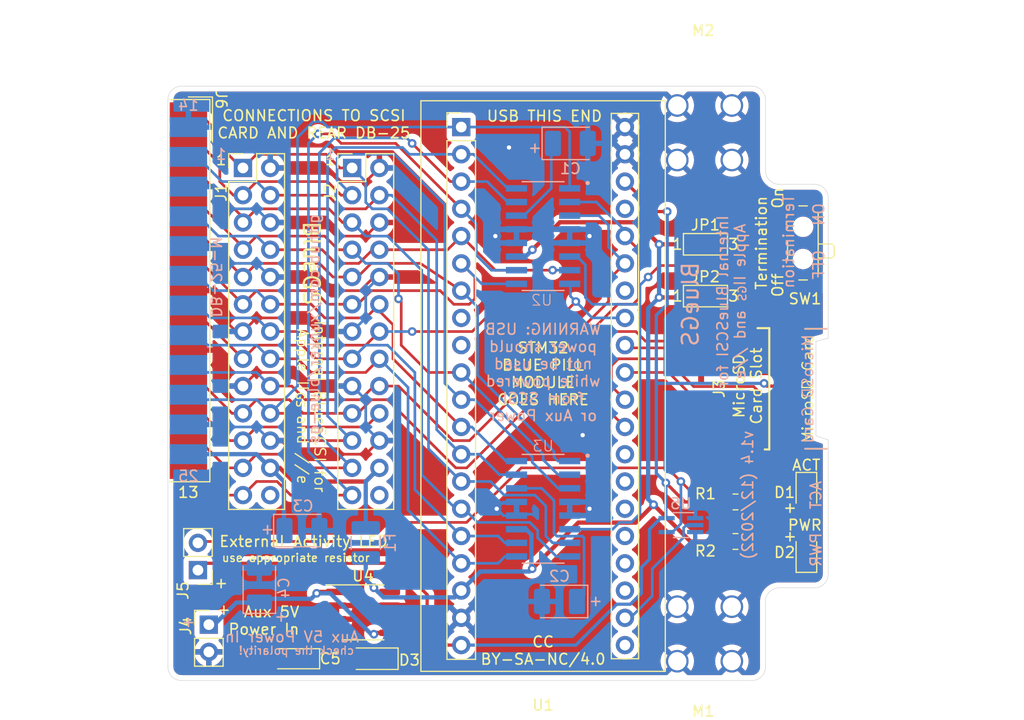
<source format=kicad_pcb>
(kicad_pcb (version 20211014) (generator pcbnew)
  (layers (0 "F.Cu" signal) (31 "B.Cu" signal) (34 "B.Paste" user) (35 "F.Paste" user) (36 "B.SilkS" user "B.Silkscreen") (37 "F.SilkS" user "F.Silkscreen") (38 "B.Mask" user) (39 "F.Mask" user) (44 "Edge.Cuts" user))
  (net 0 "")
  (net 12 "+5V")
  (net 13 "GND")
  (net 14 "/SCSI_DB4")
  (net 15 "/SCSI_DB2")
  (net 16 "/SCSI_DB1")
  (net 17 "/SCSI_DBP")
  (net 18 "/SCSI_SEL")
  (net 19 "/SCSI_ATN")
  (net 20 "/SCSI_C_D")
  (net 21 "/SCSI_DB7")
  (net 22 "/SCSI_DB6")
  (net 23 "/SCSI_DB5")
  (net 24 "/SCSI_DB3")
  (net 25 "/SCSI_DB0")
  (net 26 "/SCSI_BSY")
  (net 27 "/SCSI_ACK")
  (net 28 "/SCSI_RST")
  (net 29 "/SCSI_I_O")
  (net 30 "/SCSI_MSG")
  (net 31 "/SCSI_REQ")
  (net 32 "/SD_MISO")
  (net 33 "/SD_CSK")
  (net 34 "+3V3")
  (net 35 "/SD_MOSI")
  (net 36 "/SD_CS")
  (net 39 "Net-(D2-Pad2)")
  (net 40 "Net-(C1-Pad1)")
  (net 41 "Net-(C2-Pad1)")
  (net 42 "/TERM_DISC")
  (net 43 "Net-(D1-Pad1)")
  (net 44 "/DEBUG_RX")
  (net 45 "/DEBUG_TX")
  (net 46 "/+5V_AUX")
  (net 47 "Net-(C5-Pad1)")
  (net 48 "/TERM_EN")
  (net 49 "/TERM_DIS")
  (net 50 "/DISK_ACT")
  (net 51 "/SCSI_TERMPWR")
  (net 52 "Net-(D1-Pad2)")
  (footprint "my library:YAAJ_BluePill_2" (layer "F.Cu") (at 152.4 50.8)
    (fp_text reference "U1")
    (fp_text value "YAAJ_BluePill" hide)
  )
  (footprint "Button_Switch_SMD:SW_SPDT_PCM12" (layer "F.Cu") (at 183.896 61.595 90)
    (fp_text reference "SW1")
    (fp_text value "SW_SPDT")
  )
  (footprint "Resistor_SMD:R_0805_2012Metric_Pad1.20x1.40mm_HandSolder" (layer "F.Cu") (at 177.927 89.408 180)
    (fp_text reference "R2")
    (fp_text value "1K")
  )
  (footprint "LED_SMD:LED_0805_2012Metric_Pad1.15x1.40mm_HandSolder" (layer "F.Cu") (at 184.531 84.836 -90)
    (fp_text reference "D1")
    (fp_text value "LED")
  )
  (footprint "Jumper:SolderJumper-3_P1.3mm_Open_Pad1.0x1.5mm_NumberLabels" (layer "F.Cu") (at 175.133 66.548)
    (fp_text reference "JP2")
    (fp_text value "Jumper_3_Open")
  )
  (footprint "Jumper:SolderJumper-3_P1.3mm_Open_Pad1.0x1.5mm_NumberLabels" (layer "F.Cu") (at 175.133 61.722)
    (fp_text reference "JP1")
    (fp_text value "Jumper_3_Open")
  )
  (footprint "Resistor_SMD:R_0805_2012Metric_Pad1.20x1.40mm_HandSolder" (layer "F.Cu") (at 177.927 85.725)
    (fp_text reference "R1")
    (fp_text value "100")
  )
  (footprint "Connector_PinHeader_2.54mm:PinHeader_2x13_P2.54mm_Vertical" (layer "F.Cu") (at 132.08 54.61)
    (fp_text reference "J1")
    (fp_text value "Conn_02x13_Odd_Even")
  )
  (footprint "Connector_PinHeader_2.54mm:PinHeader_2x13_P2.54mm_Vertical" (layer "F.Cu") (at 142.24 54.61)
    (fp_text reference "J2")
    (fp_text value "Conn_02x13_Odd_Even")
  )
  (footprint "Connector_PinHeader_2.54mm:PinHeader_1x02_P2.54mm_Vertical" (layer "F.Cu") (at 128.905 97.155)
    (fp_text reference "J4")
    (fp_text value "Conn_01x02_Male")
  )
  (footprint "Connector_PinHeader_2.54mm:PinHeader_1x02_P2.54mm_Vertical" (layer "F.Cu") (at 127.889 92.075 180)
    (fp_text reference "J5")
    (fp_text value "Conn_01x02_Male")
  )
  (footprint "my library:keystone-7774" (layer "F.Cu") (at 180.771 100.561 180)
    (fp_text reference "M1")
    (fp_text value "Screw_Terminal_01x01")
  )
  (footprint "my library:keystone-7774" (layer "F.Cu") (at 180.771 53.871 180)
    (fp_text reference "M2")
    (fp_text value "Screw_Terminal_01x01")
  )
  (footprint "LED_SMD:LED_0805_2012Metric_Pad1.15x1.40mm_HandSolder" (layer "F.Cu") (at 184.531 90.424 90)
    (fp_text reference "D2")
    (fp_text value "LED")
  )
  (footprint "Molex 105162-0001:105162-0001" (layer "F.Cu") (at 174.625 75.184 90)
    (fp_text reference "J3")
    (fp_text value "105162-0001")
  )
  (footprint "Connector_Dsub:DSUB-25_Male_EdgeMount_P2.77mm" (layer "F.Cu") (at 127 66.04 -90)
    (fp_text reference "J6")
    (fp_text value "DB25_Male")
  )
  (footprint "Diode_SMD:D_SOD-123" (layer "F.Cu") (at 144.272 100.33 180)
    (fp_text reference "D3")
    (fp_text value "Zener 5.6v")
  )
  (footprint "Capacitor_Tantalum_SMD:CP_EIA-3216-10_Kemet-I" (layer "F.Cu") (at 136.906 100.33 180)
    (fp_text reference "C5")
    (fp_text value "0.1uF")
  )
  (footprint "Package_SO:SOIC-8_3.9x4.9mm_P1.27mm" (layer "F.Cu") (at 143.256 96.012)
    (fp_text reference "U4")
    (fp_text value "UCC3916")
  )
  (footprint "Capacitor_Tantalum_SMD:CP_EIA-3528-21_Kemet-B_Pad1.50x2.35mm_HandSolder" (layer "B.Cu") (at 162.56 52.324)
    (fp_text reference "C1")
    (fp_text value "2.2uF, 6.3v")
  )
  (footprint "my library:SOIC127P600X175-16N" (layer "B.Cu") (at 160.02 86.36 180)
    (fp_text reference "U3")
    (fp_text value "UC560x, UCC56xx")
  )
  (footprint "Capacitor_Tantalum_SMD:CP_EIA-3528-21_Kemet-B_Pad1.50x2.35mm_HandSolder" (layer "B.Cu") (at 137.567 88.392)
    (fp_text reference "C3")
    (fp_text value "4.7uF, 6.3v")
  )
  (footprint "Capacitor_Tantalum_SMD:CP_EIA-3528-21_Kemet-B_Pad1.50x2.35mm_HandSolder" (layer "B.Cu") (at 161.544 94.996 180)
    (fp_text reference "C2")
    (fp_text value "2.2uF, 6.3v")
  )
  (footprint "my library:SOIC127P600X175-16N" (layer "B.Cu") (at 160.02 60.96 180)
    (fp_text reference "U2")
    (fp_text value "UC560x, UCC56xx")
  )
  (footprint "Fuse:Fuse_1210_3225Metric" (layer "B.Cu") (at 143.51 89.535 90)
    (fp_text reference "F1")
    (fp_text value "Fuse")
  )
  (footprint "Package_TO_SOT_SMD:SOT-353_SC-70-5_Handsoldering" (layer "B.Cu") (at 172.847 87.884 180)
    (fp_text reference "U5")
    (fp_text value "NL17SZ07DFT2G")
  )
  (footprint "Capacitor_Tantalum_SMD:CP_EIA-3528-21_Kemet-B_Pad1.50x2.35mm_HandSolder" (layer "B.Cu") (at 133.604 93.472 90)
    (fp_text reference "C4")
    (fp_text value "1uF")
  )
  (gr_line (start 184.404 69.596) (end 186.436 69.596) (layer "B.SilkS") (width 0.15))
  (gr_line (start 184.404 80.772) (end 186.436 80.772) (layer "B.SilkS") (width 0.15))
  (gr_line (start 184.404 80.772) (end 186.436 80.772) (layer "F.SilkS") (width 0.15))
  (gr_line (start 184.404 69.596) (end 186.436 69.596) (layer "F.SilkS") (width 0.15))
  (gr_line (start 186.563 79.9465) (end 186.563 92.456) (layer "Edge.Cuts") (width 0.05))
  (gr_line (start 125.095 101.092) (end 125.095 48.26) (layer "Edge.Cuts") (width 0.05))
  (gr_line (start 181.991 56.134) (end 185.293 56.134) (layer "Edge.Cuts") (width 0.05))
  (gr_line (start 180.721 94.996) (end 180.721 101.092) (layer "Edge.Cuts") (width 0.05))
  (gr_arc (start 185.293 56.134) (mid 186.191026 56.505974) (end 186.563 57.404) (layer "Edge.Cuts") (width 0.05))
  (gr_arc (start 186.563 92.456) (mid 186.191026 93.354026) (end 185.293 93.726) (layer "Edge.Cuts") (width 0.05))
  (gr_arc (start 181.991 56.134) (mid 181.092974 55.762026) (end 180.721 54.864) (layer "Edge.Cuts") (width 0.05))
  (gr_line (start 180.721 48.26) (end 180.721 54.864) (layer "Edge.Cuts") (width 0.05))
  (gr_arc (start 180.721 94.996) (mid 181.092974 94.097974) (end 181.991 93.726) (layer "Edge.Cuts") (width 0.05))
  (gr_line (start 181.991 93.726) (end 185.293 93.726) (layer "Edge.Cuts") (width 0.05))
  (gr_line (start 126.365 46.99) (end 179.451 46.99) (layer "Edge.Cuts") (width 0.05))
  (gr_line (start 179.451 102.362) (end 126.365 102.362) (layer "Edge.Cuts") (width 0.05))
  (gr_arc (start 126.365 102.362) (mid 125.466974 101.990026) (end 125.095 101.092) (layer "Edge.Cuts") (width 0.05))
  (gr_line (start 185.42 70.7644) (end 185.42 79.5655) (layer "Edge.Cuts") (width 0.05))
  (gr_arc (start 180.721 101.092) (mid 180.349026 101.990026) (end 179.451 102.362) (layer "Edge.Cuts") (width 0.05))
  (gr_arc (start 125.095 48.26) (mid 125.466974 47.361974) (end 126.365 46.99) (layer "Edge.Cuts") (width 0.05))
  (gr_line (start 186.563 57.404) (end 186.563 70.4596) (layer "Edge.Cuts") (width 0.05))
  (gr_line (start 185.42 70.7644) (end 186.563 70.4596) (layer "Edge.Cuts") (width 0.05))
  (gr_arc (start 179.451 46.99) (mid 180.349026 47.361974) (end 180.721 48.26) (layer "Edge.Cuts") (width 0.05))
  (gr_line (start 186.563 79.9465) (end 185.42 79.5655) (layer "Edge.Cuts") (width 0.05))
  (gr_text "ACT" (at 185.42 85.09 90) (layer "B.SilkS") (effects (font (size 1 1)) (justify mirror)))
  (gr_text "PWR" (at 185.42 90.17 90) (layer "B.SilkS") (effects (font (size 1 1)) (justify mirror)))
  (gr_text "ON   OFF" (at 185.674 61.468 90) (layer "B.SilkS") (effects (font (size 1 1)) (justify mirror)))
  (gr_text "github.com/xunker/blue-gs" (at 138.684 69.596 90) (layer "B.SilkS") (effects (font (size 1 1)) (justify mirror)))
  (gr_text "Internal BlueSCSI for\nApple II   and //e" (at 177.546 67.056 90) (layer "B.SilkS") (effects (font (size 1 1)) (justify mirror)))
  (gr_text "+" (at 134.366 88.392 -180) (layer "B.SilkS") (effects (font (size 1 1)) (justify mirror)))
  (gr_text "Termination" (at 182.88 61.468 90) (layer "B.SilkS") (effects (font (size 1 1)) (justify mirror)))
  (gr_text "+" (at 135.636 96.52 -180) (layer "B.SilkS") (effects (font (size 1 1)) (justify mirror)))
  (gr_text "BlueGS" (at 173.736 67.31 90) (layer "B.SilkS") (effects (font (size 1.5 1.5) (thickness 0.2)) (justify mirror)))
  (gr_text "MicroSD Card" (at 184.658 75.184 90) (layer "B.SilkS") (effects (font (size 1 1) (thickness 0.125)) (justify mirror)))
  (gr_text "check the polarity!" (at 142.494 99.568) (layer "B.SilkS") (effects (font (size 0.75 0.75) (thickness 0.125)) (justify left mirror)))
  (gr_text "Aux 5V Power In" (at 130.302 98.298) (layer "B.SilkS") (effects (font (size 1 1)) (justify right mirror)))
  (gr_text "DB-25-M" (at 129.54 64.77 270) (layer "B.SilkS") (effects (font (size 1 1)) (justify mirror)))
  (gr_text "+" (at 159.258 52.705) (layer "B.SilkS") (effects (font (size 1 1)) (justify mirror)))
  (gr_text "+" (at 164.846 94.996 90) (layer "B.SilkS") (effects (font (size 1 1)) (justify mirror)))
  (gr_text "+" (at 127 97.028 -180) (layer "B.SilkS") (effects (font (size 1 1)) (justify mirror)))
  (gr_text "1" (at 140.208 53.34) (layer "B.SilkS") (effects (font (size 1 1)) (justify mirror)))
  (gr_text "14" (at 127 48.768) (layer "B.SilkS") (effects (font (size 1 1)) (justify mirror)))
  (gr_text "25" (at 127 83.312) (layer "B.SilkS") (effects (font (size 1 1)) (justify mirror)))
  (gr_text "GS" (at 178.562 66.294 -270) (layer "B.SilkS") (effects (font (size 0.75 0.75) (thickness 0.125)) (justify mirror)))
  (gr_text "WARNING: USB\npower should\nnot be used\nwhile powered\nfrom SCSI\nor Aux Power" (at 160.02 73.66) (layer "B.SilkS") (effects (font (size 1 1)) (justify mirror)))
  (gr_text "v1.4 (12/2022)" (at 179.07 85.09 90) (layer "B.SilkS") (effects (font (size 1 1)) (justify mirror)))
  (gr_text "1" (at 130.048 53.34) (layer "B.SilkS") (effects (font (size 1 1)) (justify mirror)))
  (gr_text "Aux 5V\nPower In" (at 137.414 96.774) (layer "F.SilkS") (effects (font (size 1 1)) (justify right)))
  (gr_text "BlueGS" (at 138.43 63.5 270) (layer "F.SilkS") (effects (font (size 1.5 1.5) (thickness 0.2))))
  (gr_text "+" (at 130.048 93.405 180) (layer "F.SilkS") (effects (font (size 1 1))))
  (gr_text "Internal BlueSCSI for\nApple II   and //e\n" (at 138.43 76.835 270) (layer "F.SilkS") (effects (font (size 1 1) (thickness 0.125))))
  (gr_text "PWR" (at 186.055 87.884) (layer "F.SilkS") (effects (font (size 1 1)) (justify right)))
  (gr_text "External Activity LED" (at 129.794 89.408) (layer "F.SilkS") (effects (font (size 1 1)) (justify left)))
  (gr_text "+" (at 183.007 88.9) (layer "F.SilkS") (effects (font (size 1 1))))
  (gr_text "MicroSD\nCard Slot" (at 179.07 74.93 90) (layer "F.SilkS") (effects (font (size 1 1))))
  (gr_text "MicroSD Card" (at 184.658 75.184 90) (layer "F.SilkS") (effects (font (size 1 1) (thickness 0.125))))
  (gr_text "CONNECTIONS TO SCSI\nCARD AND REAR DB-25" (at 138.684 50.546) (layer "F.SilkS") (effects (font (size 1 1))))
  (gr_text "On" (at 181.864 57.404 90) (layer "F.SilkS") (effects (font (size 1 1))))
  (gr_text "Termination" (at 180.34 61.595 90) (layer "F.SilkS") (effects (font (size 1 1))))
  (gr_text "STM32\nBLUE PILL\nMODULE\nGOES HERE" (at 160.02 73.787) (layer "F.SilkS") (effects (font (size 1 1))))
  (gr_text "USB THIS END" (at 160.147 49.784) (layer "F.SilkS") (effects (font (size 1 1))))
  (gr_text "CC\nBY-SA-NC/4.0" (at 160.02 99.568) (layer "F.SilkS") (effects (font (size 1 1))))
  (gr_text "use appropriate resistor" (at 130.048 90.932) (layer "F.SilkS") (effects (font (size 0.75 0.75) (thickness 0.125)) (justify left)))
  (gr_text "+" (at 130.302 95.885 180) (layer "F.SilkS") (effects (font (size 1 1))))
  (gr_text "+" (at 183.007 86.233) (layer "F.SilkS") (effects (font (size 1 1))))
  (gr_text "13" (at 127 84.836) (layer "F.SilkS") (effects (font (size 1 1))))
  (gr_text "1" (at 130.048 53.848) (layer "F.SilkS") (effects (font (size 1 1))))
  (gr_text "GS" (at 137.414 76.2 270) (layer "F.SilkS") (effects (font (size 0.75 0.75) (thickness 0.125))))
  (gr_text "ACT" (at 185.928 82.296) (layer "F.SilkS") (effects (font (size 1 1)) (justify right)))
  (gr_text "1" (at 140.208 53.848) (layer "F.SilkS") (effects (font (size 1 1))))
  (gr_text "Off" (at 181.864 65.532 90) (layer "F.SilkS") (effects (font (size 1 1))))
  (segment (start 173.736 89.408) (end 170.307 85.979) (width 0.4) (layer "F.Cu") (net 12))
  (segment (start 159.02532 62.233641) (end 161.58796 59.671001) (width 0.4) (layer "F.Cu") (net 12))
  (segment (start 163.301511 87.650489) (end 168.635511 87.650489) (width 0.4) (layer "F.Cu") (net 12))
  (segment (start 159.004 91.948) (end 163.301511 87.650489) (width 0.4) (layer "F.Cu") (net 12))
  (segment (start 144.653 94.107) (end 145.731 94.107) (width 0.4) (layer "F.Cu") (net 12))
  (segment (start 176.927 89.408) (end 173.736 89.408) (width 0.4) (layer "F.Cu") (net 12))
  (segment (start 161.58796 59.671001) (end 168.764001 59.671001) (width 0.4) (layer "F.Cu") (net 12))
  (segment (start 168.764001 59.671001) (end 170.815 61.722) (width 0.4) (layer "F.Cu") (net 12))
  (segment (start 144.272 93.726) (end 144.653 94.107) (width 0.4) (layer "F.Cu") (net 12))
  (segment (start 168.635511 87.650489) (end 170.307 85.979) (width 0.4) (layer "F.Cu") (net 12))
  (segment (start 173.579 66.675) (end 170.814998 66.675) (width 0.4) (layer "F.Cu") (net 12))
  (segment (start 173.833 61.722) (end 170.815 61.722) (width 0.4) (layer "F.Cu") (net 12))
  (segment (start 173.833 66.421) (end 173.579 66.675) (width 0.4) (layer "F.Cu") (net 12))
  (via (at 144.272 93.726) (size 0.8) (drill 0.4) (layers "F.Cu" "B.Cu") (net 12))
  (via (at 170.815 61.722) (size 0.8) (drill 0.4) (layers "F.Cu" "B.Cu") (net 12))
  (via (at 170.307 85.979) (size 0.8) (drill 0.4) (layers "F.Cu" "B.Cu") (net 12))
  (via (at 159.02532 62.233641) (size 0.8) (drill 0.4) (layers "F.Cu" "B.Cu") (net 12))
  (via (at 159.004 91.948) (size 0.8) (drill 0.4) (layers "F.Cu" "B.Cu") (net 12))
  (via (at 170.814998 66.675) (size 0.8) (drill 0.4) (layers "F.Cu" "B.Cu") (net 12))
  (segment (start 158.4265 88.265) (end 157.545 88.265) (width 0.4) (layer "B.Cu") (net 12))
  (segment (start 159.004 91.948) (end 158.929511 91.873511) (width 0.4) (layer "B.Cu") (net 12))
  (segment (start 157.545 62.865) (end 158.393961 62.865) (width 0.4) (layer "B.Cu") (net 12))
  (segment (start 154.178 92.202) (end 152.4 93.98) (width 0.4) (layer "B.Cu") (net 12))
  (segment (start 144.272 93.726) (end 145.161 94.615) (width 0.4) (layer "B.Cu") (net 12))
  (segment (start 151.765 94.615) (end 152.4 93.98) (width 0.4) (layer "B.Cu") (net 12))
  (segment (start 143.51 92.964) (end 143.51 90.935) (width 0.4) (layer "B.Cu") (net 12))
  (segment (start 144.272 93.726) (end 143.51 92.964) (width 0.4) (layer "B.Cu") (net 12))
  (segment (start 169.799 85.471) (end 170.307 85.979) (width 0.4) (layer "B.Cu") (net 12))
  (segment (start 158.393961 62.865) (end 159.02532 62.233641) (width 0.4) (layer "B.Cu") (net 12))
  (segment (start 158.929511 88.768011) (end 158.4265 88.265) (width 0.4) (layer "B.Cu") (net 12))
  (segment (start 170.814998 61.722002) (end 170.815 61.722) (width 0.4) (layer "B.Cu") (net 12))
  (segment (start 158.929511 91.873511) (end 158.929511 88.768011) (width 0.4) (layer "B.Cu") (net 12))
  (segment (start 158.75 92.202) (end 154.178 92.202) (width 0.4) (layer "B.Cu") (net 12))
  (segment (start 145.161 94.615) (end 151.765 94.615) (width 0.4) (layer "B.Cu") (net 12))
  (segment (start 169.799 67.690998) (end 169.799 85.471) (width 0.4) (layer "B.Cu") (net 12))
  (segment (start 170.814998 66.675) (end 170.814998 61.722002) (width 0.4) (layer "B.Cu") (net 12))
  (segment (start 170.814998 66.675) (end 169.799 67.690998) (width 0.4) (layer "B.Cu") (net 12))
  (segment (start 159.004 91.948) (end 158.75 92.202) (width 0.4) (layer "B.Cu") (net 12))
  (segment (start 134.62 64.77) (end 138.938 64.77) (width 0.25) (layer "F.Cu") (net 13))
  (segment (start 143.002 66.04) (end 144.272 64.77) (width 0.25) (layer "F.Cu") (net 13))
  (segment (start 138.938 64.77) (end 140.208 66.04) (width 0.25) (layer "F.Cu") (net 13))
  (segment (start 140.208 66.04) (end 143.002 66.04) (width 0.25) (layer "F.Cu") (net 13))
  (segment (start 144.272 64.77) (end 144.78 64.77) (width 0.25) (layer "F.Cu") (net 13))
  (segment (start 134.62 54.61) (end 139.954 54.61) (width 0.25) (layer "F.Cu") (net 13))
  (segment (start 139.954 54.61) (end 141.224 55.88) (width 0.25) (layer "F.Cu") (net 13))
  (segment (start 141.224 55.88) (end 143.51 55.88) (width 0.25) (layer "F.Cu") (net 13))
  (segment (start 143.51 55.88) (end 144.78 54.61) (width 0.25) (layer "F.Cu") (net 13))
  (segment (start 132.08 69.85) (end 133.35 68.58) (width 0.25) (layer "F.Cu") (net 13))
  (segment (start 138.176 68.58) (end 139.446 69.85) (width 0.25) (layer "F.Cu") (net 13))
  (segment (start 133.35 68.58) (end 138.176 68.58) (width 0.25) (layer "F.Cu") (net 13))
  (segment (start 139.446 69.85) (end 142.24 69.85) (width 0.25) (layer "F.Cu") (net 13))
  (segment (start 142.24 74.93) (end 138.176 74.93) (width 0.25) (layer "F.Cu") (net 13))
  (segment (start 138.176 74.93) (end 136.906 73.66) (width 0.25) (layer "F.Cu") (net 13))
  (segment (start 136.906 73.66) (end 133.35 73.66) (width 0.25) (layer "F.Cu") (net 13))
  (segment (start 133.35 73.66) (end 132.08 74.93) (width 0.25) (layer "F.Cu") (net 13))
  (segment (start 134.62 80.01) (end 135.636 80.01) (width 0.25) (layer "F.Cu") (net 13))
  (segment (start 135.636 80.01) (end 136.906 81.28) (width 0.25) (layer "F.Cu") (net 13))
  (segment (start 136.906 81.28) (end 143.51 81.28) (width 0.25) (layer "F.Cu") (net 13))
  (segment (start 143.51 81.28) (end 144.78 80.01) (width 0.25) (layer "F.Cu") (net 13))
  (segment (start 134.62 59.69) (end 139.954 59.69) (width 0.25) (layer "F.Cu") (net 13))
  (segment (start 141.224 60.96) (end 143.51 60.96) (width 0.25) (layer "F.Cu") (net 13))
  (segment (start 139.954 59.69) (end 141.224 60.96) (width 0.25) (layer "F.Cu") (net 13))
  (segment (start 143.51 60.96) (end 144.78 59.69) (width 0.25) (layer "F.Cu") (net 13))
  (segment (start 131.445 69.85) (end 130.175 68.58) (width 0.25) (layer "F.Cu") (net 13))
  (segment (start 130.175 68.58) (end 130.175 67.31) (width 0.25) (layer "F.Cu") (net 13))
  (segment (start 130.175 67.31) (end 128.905 66.04) (width 0.25) (layer "F.Cu") (net 13))
  (segment (start 132.08 69.85) (end 131.445 69.85) (width 0.25) (layer "F.Cu") (net 13))
  (segment (start 128.905 66.04) (end 127 66.04) (width 0.25) (layer "F.Cu") (net 13))
  (via (at 164.338 86.36) (size 0.8) (drill 0.4) (layers "F.Cu" "B.Cu") (net 13))
  (via (at 156.845 52.705) (size 0.8) (drill 0.4) (layers "F.Cu" "B.Cu") (net 13))
  (via (at 164.338 60.96) (size 0.8) (drill 0.4) (layers "F.Cu" "B.Cu") (net 13))
  (via (at 155.575 60.96) (size 0.8) (drill 0.4) (layers "F.Cu" "B.Cu") (net 13))
  (via (at 155.702 86.36) (size 0.8) (drill 0.4) (layers "F.Cu" "B.Cu") (net 13))
  (via (at 163.703 79.502) (size 0.8) (drill 0.4) (layers "F.Cu" "B.Cu") (net 13))
  (segment (start 142.24 74.93) (end 143.51 76.2) (width 0.25) (layer "B.Cu") (net 13))
  (segment (start 143.51 76.2) (end 143.51 78.74) (width 0.25) (layer "B.Cu") (net 13))
  (segment (start 143.51 78.74) (end 144.78 80.01) (width 0.25) (layer "B.Cu") (net 13))
  (segment (start 144.78 64.77) (end 143.51 66.04) (width 0.25) (layer "B.Cu") (net 13))
  (segment (start 143.51 66.04) (end 143.51 68.58) (width 0.25) (layer "B.Cu") (net 13))
  (segment (start 134.62 80.01) (end 133.35 78.74) (width 0.25) (layer "B.Cu") (net 13))
  (segment (start 143.51 68.58) (end 143.4465 68.6435) (width 0.25) (layer "B.Cu") (net 13))
  (segment (start 157.545 60.325) (end 162.495 60.325) (width 0.25) (layer "B.Cu") (net 13))
  (segment (start 130.175 78.74) (end 129.94 78.505) (width 0.25) (layer "B.Cu") (net 13))
  (segment (start 129.54 62.23) (end 127.345 62.23) (width 0.25) (layer "B.Cu") (net 13))
  (segment (start 127.345 62.23) (end 127 61.885) (width 0.25) (layer "B.Cu") (net 13))
  (segment (start 130.175 58.42) (end 130.175 57.15) (width 0.25) (layer "B.Cu") (net 13))
  (segment (start 134.62 59.69) (end 133.35 58.42) (width 0.25) (layer "B.Cu") (net 13))
  (segment (start 156.337 85.725) (end 157.545 85.725) (width 0.25) (layer "B.Cu") (net 13))
  (segment (start 156.337 86.995) (end 157.545 86.995) (width 0.25) (layer "B.Cu") (net 13))
  (segment (start 143.4465 68.6435) (end 142.24 69.85) (width 0.25) (layer "B.Cu") (net 13))
  (segment (start 133.35 78.74) (end 130.175 78.74) (width 0.25) (layer "B.Cu") (net 13))
  (segment (start 134.62 64.77) (end 133.35 63.5) (width 0.25) (layer "B.Cu") (net 13))
  (segment (start 130.175 57.15) (end 129.37 56.345) (width 0.25) (layer "B.Cu") (net 13))
  (segment (start 157.545 85.725) (end 157.545 86.995) (width 0.25) (layer "B.Cu") (net 13))
  (segment (start 155.702 86.36) (end 156.337 85.725) (width 0.25) (layer "B.Cu") (net 13))
  (segment (start 129.37 56.345) (end 127 56.345) (width 0.25) (layer "B.Cu") (net 13))
  (segment (start 130.81 63.5) (end 129.54 62.23) (width 0.25) (layer "B.Cu") (net 13))
  (segment (start 174.197 93.745) (end 172.461 95.481) (width 0.25) (layer "B.Cu") (net 13))
  (segment (start 133.35 63.5) (end 130.81 63.5) (width 0.25) (layer "B.Cu") (net 13))
  (segment (start 129.94 78.505) (end 127 78.505) (width 0.25) (layer "B.Cu") (net 13))
  (segment (start 133.35 58.42) (end 130.175 58.42) (width 0.25) (layer "B.Cu") (net 13))
  (segment (start 174.197 88.58) (end 174.197 93.745) (width 0.25) (layer "B.Cu") (net 13))
  (segment (start 155.702 86.36) (end 156.337 86.995) (width 0.25) (layer "B.Cu") (net 13))
  (segment (start 134.62 77.47) (end 136.144 77.47) (width 0.25) (layer "F.Cu") (net 14))
  (segment (start 136.144 77.47) (end 137.414 78.74) (width 0.25) (layer "F.Cu") (net 14))
  (segment (start 137.414 78.74) (end 143.51 78.74) (width 0.25) (layer "F.Cu") (net 14))
  (segment (start 143.51 78.74) (end 144.78 77.47) (width 0.25) (layer "F.Cu") (net 14))
  (segment (start 137.16 74.93) (end 137.16 51.758998) (width 0.25) (layer "B.Cu") (net 14))
  (segment (start 127.465 76.2) (end 133.35 76.2) (width 0.25) (layer "B.Cu") (net 14))
  (segment (start 152.4 50.8) (end 162.052 50.8) (width 0.25) (layer "B.Cu") (net 14))
  (segment (start 139.954 50.8) (end 152.4 50.8) (width 0.25) (layer "B.Cu") (net 14))
  (segment (start 139.446 50.292) (end 139.954 50.8) (width 0.25) (layer "B.Cu") (net 14))
  (segment (start 162.495 51.243) (end 162.495 56.515) (width 0.25) (layer "B.Cu") (net 14))
  (segment (start 127 75.735) (end 127.465 76.2) (width 0.25) (layer "B.Cu") (net 14))
  (segment (start 162.052 50.8) (end 162.495 51.243) (width 0.25) (layer "B.Cu") (net 14))
  (segment (start 134.62 77.47) (end 137.16 74.93) (width 0.25) (layer "B.Cu") (net 14))
  (segment (start 133.35 76.2) (end 134.62 77.47) (width 0.25) (layer "B.Cu") (net 14))
  (segment (start 138.626998 50.292) (end 139.446 50.292) (width 0.25) (layer "B.Cu") (net 14))
  (segment (start 137.16 51.758998) (end 138.626998 50.292) (width 0.25) (layer "B.Cu") (net 14))
  (segment (start 136.62025 74.93) (end 137.89025 76.2) (width 0.25) (layer "F.Cu") (net 15))
  (segment (start 144.272 74.93) (end 144.78 74.93) (width 0.25) (layer "F.Cu") (net 15))
  (segment (start 137.89025 76.2) (end 143.002 76.2) (width 0.25) (layer "F.Cu") (net 15))
  (segment (start 134.62 74.93) (end 136.62025 74.93) (width 0.25) (layer "F.Cu") (net 15))
  (segment (start 143.002 76.2) (end 144.272 74.93) (width 0.25) (layer "F.Cu") (net 15))
  (segment (start 166.116 67.056) (end 166.116 65.024) (width 0.25) (layer "F.Cu") (net 15))
  (segment (start 151.638 80.01) (end 153.162 80.01) (width 0.25) (layer "F.Cu") (net 15))
  (segment (start 144.78 74.93) (end 146.558 74.93) (width 0.25) (layer "F.Cu") (net 15))
  (segment (start 166.116 65.024) (end 167.64 63.5) (width 0.25) (layer "F.Cu") (net 15))
  (segment (start 146.558 74.93) (end 151.638 80.01) (width 0.25) (layer "F.Cu") (net 15))
  (segment (start 153.162 80.01) (end 166.116 67.056) (width 0.25) (layer "F.Cu") (net 15))
  (segment (start 166.116 59.944) (end 166.116 61.976) (width 0.25) (layer "B.Cu") (net 15))
  (segment (start 127 72.965) (end 127.695 73.66) (width 0.25) (layer "B.Cu") (net 15))
  (segment (start 162.495 59.055) (end 165.227 59.055) (width 0.25) (layer "B.Cu") (net 15))
  (segment (start 133.35 73.66) (end 134.62 74.93) (width 0.25) (layer "B.Cu") (net 15))
  (segment (start 165.227 59.055) (end 166.116 59.944) (width 0.25) (layer "B.Cu") (net 15))
  (segment (start 166.116 61.976) (end 167.64 63.5) (width 0.25) (layer "B.Cu") (net 15))
  (segment (start 127.695 73.66) (end 133.35 73.66) (width 0.25) (layer "B.Cu") (net 15))
  (segment (start 137.16 72.39) (end 138.43 73.66) (width 0.25) (layer "F.Cu") (net 16))
  (segment (start 138.43 73.66) (end 143.51 73.66) (width 0.25) (layer "F.Cu") (net 16))
  (segment (start 134.62 72.39) (end 137.16 72.39) (width 0.25) (layer "F.Cu") (net 16))
  (segment (start 143.51 73.66) (end 144.78 72.39) (width 0.25) (layer "F.Cu") (net 16))
  (segment (start 144.78 72.39) (end 147.447 75.057) (width 0.25) (layer "B.Cu") (net 16))
  (segment (start 156.464 90.805) (end 157.545 90.805) (width 0.25) (layer "B.Cu") (net 16))
  (segment (start 147.447 86.487) (end 152.4 91.44) (width 0.25) (layer "B.Cu") (net 16))
  (segment (start 152.4 91.44) (end 155.829 91.44) (width 0.25) (layer "B.Cu") (net 16))
  (segment (start 128.778 71.12) (end 133.35 71.12) (width 0.25) (layer "B.Cu") (net 16))
  (segment (start 147.447 75.057) (end 147.447 86.487) (width 0.25) (layer "B.Cu") (net 16))
  (segment (start 133.35 71.12) (end 134.62 72.39) (width 0.25) (layer "B.Cu") (net 16))
  (segment (start 127 70.195) (end 127.853 70.195) (width 0.25) (layer "B.Cu") (net 16))
  (segment (start 127.853 70.195) (end 128.778 71.12) (width 0.25) (layer "B.Cu") (net 16))
  (segment (start 155.829 91.44) (end 156.464 90.805) (width 0.25) (layer "B.Cu") (net 16))
  (segment (start 143.51 71.12) (end 144.78 69.85) (width 0.25) (layer "F.Cu") (net 17))
  (segment (start 134.62 69.85) (end 137.922 69.85) (width 0.25) (layer "F.Cu") (net 17))
  (segment (start 137.922 69.85) (end 139.192 71.12) (width 0.25) (layer "F.Cu") (net 17))
  (segment (start 139.192 71.12) (end 143.51 71.12) (width 0.25) (layer "F.Cu") (net 17))
  (segment (start 162.306 67.818) (end 163.068 67.056) (width 0.25) (layer "F.Cu") (net 17))
  (segment (start 147.828 69.85) (end 153.416 69.85) (width 0.25) (layer "F.Cu") (net 17))
  (segment (start 153.416 69.85) (end 155.448 67.818) (width 0.25) (layer "F.Cu") (net 17))
  (segment (start 155.448 67.818) (end 162.306 67.818) (width 0.25) (layer "F.Cu") (net 17))
  (via (at 163.068 67.056) (size 0.8) (drill 0.4) (layers "F.Cu" "B.Cu") (net 17))
  (via (at 147.828 69.85) (size 0.8) (drill 0.4) (layers "F.Cu" "B.Cu") (net 17))
  (segment (start 129.038 68.58) (end 133.35 68.58) (width 0.25) (layer "B.Cu") (net 17))
  (segment (start 127.883 67.425) (end 129.038 68.58) (width 0.25) (layer "B.Cu") (net 17))
  (segment (start 163.068 67.056) (end 164.592 68.58) (width 0.25) (layer "B.Cu") (net 17))
  (segment (start 163.068 67.056) (end 162.56 66.548) (width 0.25) (layer "B.Cu") (net 17))
  (segment (start 127 67.425) (end 127.883 67.425) (width 0.25) (layer "B.Cu") (net 17))
  (segment (start 147.828 69.85) (end 144.78 69.85) (width 0.25) (layer "B.Cu") (net 17))
  (segment (start 133.35 68.58) (end 134.62 69.85) (width 0.25) (layer "B.Cu") (net 17))
  (segment (start 164.592 68.58) (end 167.64 68.58) (width 0.25) (layer "B.Cu") (net 17))
  (segment (start 162.56 66.548) (end 162.56 65.532) (width 0.25) (layer "B.Cu") (net 17))
  (segment (start 134.62 67.31) (end 138.43 67.31) (width 0.25) (layer "F.Cu") (net 18))
  (segment (start 138.43 67.31) (end 139.7 68.58) (width 0.25) (layer "F.Cu") (net 18))
  (segment (start 139.7 68.58) (end 143.51 68.58) (width 0.25) (layer "F.Cu") (net 18))
  (segment (start 143.51 68.58) (end 144.78 67.31) (width 0.25) (layer "F.Cu") (net 18))
  (segment (start 144.78 67.31) (end 144.78 67.945) (width 0.25) (layer "F.Cu") (net 18))
  (segment (start 146.05 72.39) (end 152.4 78.74) (width 0.25) (layer "F.Cu") (net 18))
  (segment (start 144.78 67.945) (end 146.05 69.215) (width 0.25) (layer "F.Cu") (net 18))
  (segment (start 146.05 69.215) (end 146.05 72.39) (width 0.25) (layer "F.Cu") (net 18))
  (segment (start 153.385 78.74) (end 156.56 81.915) (width 0.25) (layer "B.Cu") (net 18))
  (segment (start 156.56 81.915) (end 157.545 81.915) (width 0.25) (layer "B.Cu") (net 18))
  (segment (start 127.901 64.655) (end 129.286 66.04) (width 0.25) (layer "B.Cu") (net 18))
  (segment (start 133.35 66.04) (end 134.62 67.31) (width 0.25) (layer "B.Cu") (net 18))
  (segment (start 129.286 66.04) (end 133.35 66.04) (width 0.25) (layer "B.Cu") (net 18))
  (segment (start 152.4 78.74) (end 153.385 78.74) (width 0.25) (layer "B.Cu") (net 18))
  (segment (start 127 64.655) (end 127.901 64.655) (width 0.25) (layer "B.Cu") (net 18))
  (segment (start 144.14359 62.23) (end 144.78 62.23) (width 0.25) (layer "F.Cu") (net 19))
  (segment (start 140.716 63.5) (end 142.87359 63.5) (width 0.25) (layer "F.Cu") (net 19))
  (segment (start 134.62 62.23) (end 139.446 62.23) (width 0.25) (layer "F.Cu") (net 19))
  (segment (start 139.446 62.23) (end 140.716 63.5) (width 0.25) (layer "F.Cu") (net 19))
  (segment (start 142.87359 63.5) (end 144.14359 62.23) (width 0.25) (layer "F.Cu") (net 19))
  (segment (start 144.78 62.23) (end 151.13 62.23) (width 0.25) (layer "F.Cu") (net 19))
  (segment (start 152.4 60.96) (end 155.575 64.135) (width 0.25) (layer "F.Cu") (net 19))
  (segment (start 155.575 64.135) (end 160.909 64.135) (width 0.25) (layer "F.Cu") (net 19))
  (segment (start 151.13 62.23) (end 152.4 60.96) (width 0.25) (layer "F.Cu") (net 19))
  (via (at 160.909 64.135) (size 0.8) (drill 0.4) (layers "F.Cu" "B.Cu") (net 19))
  (segment (start 162.495 64.135) (end 160.909 64.135) (width 0.25) (layer "B.Cu") (net 19))
  (segment (start 133.35 60.96) (end 134.62 62.23) (width 0.25) (layer "B.Cu") (net 19))
  (segment (start 127 59.115) (end 127.949 59.115) (width 0.25) (layer "B.Cu") (net 19))
  (segment (start 127.949 59.115) (end 129.794 60.96) (width 0.25) (layer "B.Cu") (net 19))
  (segment (start 129.794 60.96) (end 133.35 60.96) (width 0.25) (layer "B.Cu") (net 19))
  (segment (start 134.62 57.15) (end 139.954 57.15) (width 0.25) (layer "F.Cu") (net 20))
  (segment (start 139.954 57.15) (end 141.224 58.42) (width 0.25) (layer "F.Cu") (net 20))
  (segment (start 141.224 58.42) (end 143.51 58.42) (width 0.25) (layer "F.Cu") (net 20))
  (segment (start 143.51 58.42) (end 144.78 57.15) (width 0.25) (layer "F.Cu") (net 20))
  (segment (start 133.35 55.88) (end 134.62 57.15) (width 0.25) (layer "B.Cu") (net 20))
  (segment (start 145.923 57.15) (end 150.114 61.341) (width 0.25) (layer "B.Cu") (net 20))
  (segment (start 154.051 81.28) (end 155.956 83.185) (width 0.25) (layer "B.Cu") (net 20))
  (segment (start 127.816666 53.575) (end 130.121666 55.88) (width 0.25) (layer "B.Cu") (net 20))
  (segment (start 155.956 83.185) (end 157.545 83.185) (width 0.25) (layer "B.Cu") (net 20))
  (segment (start 130.121666 55.88) (end 133.35 55.88) (width 0.25) (layer "B.Cu") (net 20))
  (segment (start 144.78 57.15) (end 145.923 57.15) (width 0.25) (layer "B.Cu") (net 20))
  (segment (start 150.114 61.341) (end 150.114 78.994) (width 0.25) (layer "B.Cu") (net 20))
  (segment (start 152.4 81.28) (end 154.051 81.28) (width 0.25) (layer "B.Cu") (net 20))
  (segment (start 127 53.575) (end 127.816666 53.575) (width 0.25) (layer "B.Cu") (net 20))
  (segment (start 150.114 78.994) (end 152.4 81.28) (width 0.25) (layer "B.Cu") (net 20))
  (segment (start 136.525 85.09) (end 142.24 85.09) (width 0.25) (layer "F.Cu") (net 21))
  (segment (start 132.08 85.09) (end 133.35 83.82) (width 0.25) (layer "F.Cu") (net 21))
  (segment (start 146.304 52.324) (end 152.4 58.42) (width 0.25) (layer "F.Cu") (net 21))
  (segment (start 140.335 51.435) (end 141.224 52.324) (width 0.25) (layer "F.Cu") (net 21))
  (segment (start 130.175 85.09) (end 132.08 85.09) (width 0.25) (layer "F.Cu") (net 21))
  (segment (start 135.255 83.82) (end 136.525 85.09) (width 0.25) (layer "F.Cu") (net 21))
  (segment (start 127 82.66) (end 127.745 82.66) (width 0.25) (layer "F.Cu") (net 21))
  (segment (start 133.35 83.82) (end 135.255 83.82) (width 0.25) (layer "F.Cu") (net 21))
  (segment (start 141.224 52.324) (end 146.304 52.324) (width 0.25) (layer "F.Cu") (net 21))
  (segment (start 139.065 51.435) (end 140.335 51.435) (width 0.25) (layer "F.Cu") (net 21))
  (segment (start 127.745 82.66) (end 130.175 85.09) (width 0.25) (layer "F.Cu") (net 21))
  (via (at 139.065 51.435) (size 0.8) (drill 0.4) (layers "F.Cu" "B.Cu") (net 21))
  (segment (start 138.176 81.026) (end 142.24 85.09) (width 0.25) (layer "B.Cu") (net 21))
  (segment (start 152.4 58.42) (end 153.797 59.817) (width 0.25) (layer "B.Cu") (net 21))
  (segment (start 155.2067 64.135) (end 157.545 64.135) (width 0.25) (layer "B.Cu") (net 21))
  (segment (start 138.176 52.324) (end 138.176 81.026) (width 0.25) (layer "B.Cu") (net 21))
  (segment (start 139.065 51.435) (end 138.176 52.324) (width 0.25) (layer "B.Cu") (net 21))
  (segment (start 153.797 59.817) (end 153.797 62.7253) (width 0.25) (layer "B.Cu") (net 21))
  (segment (start 153.797 62.7253) (end 155.2067 64.135) (width 0.25) (layer "B.Cu") (net 21))
  (segment (start 133.35 81.28) (end 135.763 81.28) (width 0.25) (layer "F.Cu") (net 22))
  (segment (start 130.556 82.55) (end 132.08 82.55) (width 0.25) (layer "F.Cu") (net 22))
  (segment (start 127 79.89) (end 127.896 79.89) (width 0.25) (layer "F.Cu") (net 22))
  (segment (start 151.384 55.88) (end 152.4 55.88) (width 0.25) (layer "F.Cu") (net 22))
  (segment (start 132.08 82.55) (end 133.35 81.28) (width 0.25) (layer "F.Cu") (net 22))
  (segment (start 137.033 82.55) (end 142.24 82.55) (width 0.25) (layer "F.Cu") (net 22))
  (segment (start 147.828 52.324) (end 151.384 55.88) (width 0.25) (layer "F.Cu") (net 22))
  (segment (start 135.763 81.28) (end 137.033 82.55) (width 0.25) (layer "F.Cu") (net 22))
  (segment (start 127.896 79.89) (end 130.556 82.55) (width 0.25) (layer "F.Cu") (net 22))
  (via (at 147.828 52.324) (size 0.8) (drill 0.4) (layers "F.Cu" "B.Cu") (net 22))
  (segment (start 147.828 52.324) (end 147.32 51.816) (width 0.25) (layer "B.Cu") (net 22))
  (segment (start 154.813 55.88) (end 156.718 57.785) (width 0.25) (layer "B.Cu") (net 22))
  (segment (start 152.4 55.88) (end 154.813 55.88) (width 0.25) (layer "B.Cu") (net 22))
  (segment (start 139.192 79.502) (end 142.24 82.55) (width 0.25) (layer "B.Cu") (net 22))
  (segment (start 140.589 51.816) (end 139.192 53.213) (width 0.25) (layer "B.Cu") (net 22))
  (segment (start 139.192 53.213) (end 139.192 79.502) (width 0.25) (layer "B.Cu") (net 22))
  (segment (start 156.718 57.785) (end 157.545 57.785) (width 0.25) (layer "B.Cu") (net 22))
  (segment (start 147.32 51.816) (end 140.589 51.816) (width 0.25) (layer "B.Cu") (net 22))
  (segment (start 132.08 80.01) (end 133.35 78.74) (width 0.25) (layer "F.Cu") (net 23))
  (segment (start 133.35 78.74) (end 135.89 78.74) (width 0.25) (layer "F.Cu") (net 23))
  (segment (start 137.16 80.01) (end 142.24 80.01) (width 0.25) (layer "F.Cu") (net 23))
  (segment (start 135.89 78.74) (end 137.16 80.01) (width 0.25) (layer "F.Cu") (net 23))
  (segment (start 127 77.12) (end 127.92 77.12) (width 0.25) (layer "F.Cu") (net 23))
  (segment (start 127.92 77.12) (end 130.81 80.01) (width 0.25) (layer "F.Cu") (net 23))
  (segment (start 130.81 80.01) (end 132.08 80.01) (width 0.25) (layer "F.Cu") (net 23))
  (segment (start 139.954 53.467) (end 140.716 52.705) (width 0.25) (layer "B.Cu") (net 23))
  (segment (start 140.716 52.705) (end 146.939 52.705) (width 0.25) (layer "B.Cu") (net 23))
  (segment (start 139.954 77.724) (end 139.954 53.467) (width 0.25) (layer "B.Cu") (net 23))
  (segment (start 142.24 80.01) (end 139.954 77.724) (width 0.25) (layer "B.Cu") (net 23))
  (segment (start 156.718 56.515) (end 157.545 56.515) (width 0.25) (layer "B.Cu") (net 23))
  (segment (start 146.939 52.705) (end 147.574 53.34) (width 0.25) (layer "B.Cu") (net 23))
  (segment (start 153.543 53.34) (end 156.718 56.515) (width 0.25) (layer "B.Cu") (net 23))
  (segment (start 152.4 53.34) (end 153.543 53.34) (width 0.25) (layer "B.Cu") (net 23))
  (segment (start 147.574 53.34) (end 152.4 53.34) (width 0.25) (layer "B.Cu") (net 23))
  (segment (start 132.08 77.47) (end 133.35 76.2) (width 0.25) (layer "F.Cu") (net 24))
  (segment (start 136.398 76.2) (end 137.668 77.47) (width 0.25) (layer "F.Cu") (net 24))
  (segment (start 133.35 76.2) (end 136.398 76.2) (width 0.25) (layer "F.Cu") (net 24))
  (segment (start 137.668 77.47) (end 142.24 77.47) (width 0.25) (layer "F.Cu") (net 24))
  (segment (start 132.08 77.47) (end 131.064 77.47) (width 0.25) (layer "F.Cu") (net 24))
  (segment (start 142.24 77.47) (end 142.767499 77.47) (width 0.25) (layer "F.Cu") (net 24))
  (segment (start 168.91 62.23) (end 167.64 60.96) (width 0.25) (layer "F.Cu") (net 24))
  (segment (start 168.91 66.802) (end 168.91 62.23) (width 0.25) (layer "F.Cu") (net 24))
  (segment (start 144.037499 76.2) (end 145.542 76.2) (width 0.25) (layer "F.Cu") (net 24))
  (segment (start 152.908 82.55) (end 164.592 70.866) (width 0.25) (layer "F.Cu") (net 24))
  (segment (start 164.592 69.699) (end 166.981 67.31) (width 0.25) (layer "F.Cu") (net 24))
  (segment (start 142.767499 77.47) (end 144.037499 76.2) (width 0.25) (layer "F.Cu") (net 24))
  (segment (start 164.592 70.866) (end 164.592 69.699) (width 0.25) (layer "F.Cu") (net 24))
  (segment (start 151.892 82.55) (end 152.908 82.55) (width 0.25) (layer "F.Cu") (net 24))
  (segment (start 168.402 67.31) (end 168.91 66.802) (width 0.25) (layer "F.Cu") (net 24))
  (segment (start 166.981 67.31) (end 168.402 67.31) (width 0.25) (layer "F.Cu") (net 24))
  (segment (start 131.064 77.47) (end 127.944 74.35) (width 0.25) (layer "F.Cu") (net 24))
  (segment (start 127.944 74.35) (end 127 74.35) (width 0.25) (layer "F.Cu") (net 24))
  (segment (start 145.542 76.2) (end 151.892 82.55) (width 0.25) (layer "F.Cu") (net 24))
  (segment (start 167.64 60.452) (end 167.64 60.96) (width 0.25) (layer "B.Cu") (net 24))
  (segment (start 164.973 57.785) (end 167.64 60.452) (width 0.25) (layer "B.Cu") (net 24))
  (segment (start 162.495 57.785) (end 164.973 57.785) (width 0.25) (layer "B.Cu") (net 24))
  (segment (start 132.08 72.39) (end 133.35 71.12) (width 0.25) (layer "F.Cu") (net 25))
  (segment (start 133.35 71.12) (end 137.58792 71.12) (width 0.25) (layer "F.Cu") (net 25))
  (segment (start 137.58792 71.12) (end 138.85792 72.39) (width 0.25) (layer "F.Cu") (net 25))
  (segment (start 138.85792 72.39) (end 142.24 72.39) (width 0.25) (layer "F.Cu") (net 25))
  (segment (start 128.5 68.81) (end 127 68.81) (width 0.25) (layer "F.Cu") (net 25))
  (segment (start 132.08 72.39) (end 128.5 68.81) (width 0.25) (layer "F.Cu") (net 25))
  (segment (start 155.829 88.9) (end 156.464 89.535) (width 0.25) (layer "B.Cu") (net 25))
  (segment (start 148.082 73.66) (end 148.082 84.582) (width 0.25) (layer "B.Cu") (net 25))
  (segment (start 143.51 71.12) (end 145.542 71.12) (width 0.25) (layer "B.Cu") (net 25))
  (segment (start 145.542 71.12) (end 148.082 73.66) (width 0.25) (layer "B.Cu") (net 25))
  (segment (start 148.082 84.582) (end 152.4 88.9) (width 0.25) (layer "B.Cu") (net 25))
  (segment (start 156.464 89.535) (end 157.545 89.535) (width 0.25) (layer "B.Cu") (net 25))
  (segment (start 142.24 72.39) (end 143.51 71.12) (width 0.25) (layer "B.Cu") (net 25))
  (segment (start 152.4 88.9) (end 155.829 88.9) (width 0.25) (layer "B.Cu") (net 25))
  (segment (start 132.08 67.31) (end 133.35 66.04) (width 0.25) (layer "F.Cu") (net 26))
  (segment (start 133.35 66.04) (end 138.684 66.04) (width 0.25) (layer "F.Cu") (net 26))
  (segment (start 139.954 67.31) (end 142.24 67.31) (width 0.25) (layer "F.Cu") (net 26))
  (segment (start 138.684 66.04) (end 139.954 67.31) (width 0.25) (layer "F.Cu") (net 26))
  (segment (start 151.7015 67.31) (end 153.142501 67.31) (width 0.25) (layer "F.Cu") (net 26))
  (segment (start 142.757749 67.31) (end 144.027749 66.04) (width 0.25) (layer "F.Cu") (net 26))
  (segment (start 153.67 66.782501) (end 153.67 64.77) (width 0.25) (layer "F.Cu") (net 26))
  (segment (start 142.24 67.31) (end 142.757749 67.31) (width 0.25) (layer "F.Cu") (net 26))
  (segment (start 128.04 63.27) (end 132.08 67.31) (width 0.25) (layer "F.Cu") (net 26))
  (segment (start 144.027749 66.04) (end 150.4315 66.04) (width 0.25) (layer "F.Cu") (net 26))
  (segment (start 153.67 64.77) (end 152.4 63.5) (width 0.25) (layer "F.Cu") (net 26))
  (segment (start 127 63.27) (end 128.04 63.27) (width 0.25) (layer "F.Cu") (net 26))
  (segment (start 150.4315 66.04) (end 151.7015 67.31) (width 0.25) (layer "F.Cu") (net 26))
  (segment (start 153.142501 67.31) (end 153.67 66.782501) (width 0.25) (layer "F.Cu") (net 26))
  (segment (start 154.305 65.405) (end 152.4 63.5) (width 0.25) (layer "B.Cu") (net 26))
  (segment (start 157.545 65.405) (end 154.305 65.405) (width 0.25) (layer "B.Cu") (net 26))
  (segment (start 132.08 64.77) (end 133.35 63.5) (width 0.25) (layer "F.Cu") (net 27))
  (segment (start 133.35 63.5) (end 139.192 63.5) (width 0.25) (layer "F.Cu") (net 27))
  (segment (start 140.462 64.77) (end 142.24 64.77) (width 0.25) (layer "F.Cu") (net 27))
  (segment (start 139.192 63.5) (end 140.462 64.77) (width 0.25) (layer "F.Cu") (net 27))
  (segment (start 146.05 63.5) (end 148.59 63.5) (width 0.25) (layer "F.Cu") (net 27))
  (segment (start 144.018 63.5) (end 146.05 63.5) (width 0.25) (layer "F.Cu") (net 27))
  (segment (start 148.59 63.5) (end 152.4 66.04) (width 0.25) (layer "F.Cu") (net 27))
  (segment (start 132.08 64.763334) (end 132.08 64.77) (width 0.25) (layer "F.Cu") (net 27))
  (segment (start 127 60.5) (end 127.816666 60.5) (width 0.25) (layer "F.Cu") (net 27))
  (segment (start 142.748 64.77) (end 144.018 63.5) (width 0.25) (layer "F.Cu") (net 27))
  (segment (start 142.24 64.77) (end 142.748 64.77) (width 0.25) (layer "F.Cu") (net 27))
  (segment (start 127.816666 60.5) (end 132.08 64.763334) (width 0.25) (layer "F.Cu") (net 27))
  (segment (start 152.4 66.04) (end 153.924 67.564) (width 0.25) (layer "B.Cu") (net 27))
  (segment (start 161.036 81.534) (end 161.417 81.915) (width 0.25) (layer "B.Cu") (net 27))
  (segment (start 153.924 73.914) (end 161.036 81.026) (width 0.25) (layer "B.Cu") (net 27))
  (segment (start 161.417 81.915) (end 162.495 81.915) (width 0.25) (layer "B.Cu") (net 27))
  (segment (start 161.036 81.026) (end 161.036 81.534) (width 0.25) (layer "B.Cu") (net 27))
  (segment (start 153.924 67.564) (end 153.924 73.914) (width 0.25) (layer "B.Cu") (net 27))
  (segment (start 132.08 62.23) (end 133.35 60.96) (width 0.25) (layer "F.Cu") (net 28))
  (segment (start 133.35 60.96) (end 139.683949 60.96) (width 0.25) (layer "F.Cu") (net 28))
  (segment (start 139.683949 60.96) (end 140.953949 62.23) (width 0.25) (layer "F.Cu") (net 28))
  (segment (start 140.953949 62.23) (end 142.24 62.23) (width 0.25) (layer "F.Cu") (net 28))
  (segment (start 146.558 66.802) (end 146.812 67.056) (width 0.25) (layer "F.Cu") (net 28))
  (segment (start 146.812 67.056) (end 146.812 71.12) (width 0.25) (layer "F.Cu") (net 28))
  (segment (start 132.08 61.993334) (end 132.08 62.23) (width 0.25) (layer "F.Cu") (net 28))
  (segment (start 127.816666 57.73) (end 132.08 61.993334) (width 0.25) (layer "F.Cu") (net 28))
  (segment (start 127 57.73) (end 127.816666 57.73) (width 0.25) (layer "F.Cu") (net 28))
  (segment (start 146.812 71.12) (end 149.352 73.66) (width 0.25) (layer "F.Cu") (net 28))
  (segment (start 149.352 73.66) (end 152.4 73.66) (width 0.25) (layer "F.Cu") (net 28))
  (via (at 146.558 66.802) (size 0.8) (drill 0.4) (layers "F.Cu" "B.Cu") (net 28))
  (segment (start 146.558 64.516) (end 145.542 63.5) (width 0.25) (layer "B.Cu") (net 28))
  (segment (start 146.558 66.802) (end 146.558 64.516) (width 0.25) (layer "B.Cu") (net 28))
  (segment (start 152.4 73.66) (end 160.02 81.28) (width 0.25) (layer "B.Cu") (net 28))
  (segment (start 143.51 63.5) (end 142.24 62.23) (width 0.25) (layer "B.Cu") (net 28))
  (segment (start 160.02 81.788) (end 161.417 83.185) (width 0.25) (layer "B.Cu") (net 28))
  (segment (start 161.417 83.185) (end 162.495 83.185) (width 0.25) (layer "B.Cu") (net 28))
  (segment (start 160.02 81.28) (end 160.02 81.788) (width 0.25) (layer "B.Cu") (net 28))
  (segment (start 145.542 63.5) (end 143.51 63.5) (width 0.25) (layer "B.Cu") (net 28))
  (segment (start 132.08 59.69) (end 133.35 58.42) (width 0.25) (layer "F.Cu") (net 29))
  (segment (start 133.35 58.42) (end 140.07959 58.42) (width 0.25) (layer "F.Cu") (net 29))
  (segment (start 140.07959 58.42) (end 141.34959 59.69) (width 0.25) (layer "F.Cu") (net 29))
  (segment (start 141.34959 59.69) (end 142.24 59.69) (width 0.25) (layer "F.Cu") (net 29))
  (segment (start 127 54.96) (end 127.816666 54.96) (width 0.25) (layer "F.Cu") (net 29))
  (segment (start 132.08 59.223334) (end 132.08 59.69) (width 0.25) (layer "F.Cu") (net 29))
  (segment (start 127.816666 54.96) (end 132.08 59.223334) (width 0.25) (layer "F.Cu") (net 29))
  (segment (start 159.512 89.057) (end 161.26 90.805) (width 0.25) (layer "B.Cu") (net 29))
  (segment (start 143.51 60.96) (end 145.542 60.96) (width 0.25) (layer "B.Cu") (net 29))
  (segment (start 148.717 83.185) (end 151.892 86.36) (width 0.25) (layer "B.Cu") (net 29))
  (segment (start 151.892 86.36) (end 152.4 86.36) (width 0.25) (layer "B.Cu") (net 29))
  (segment (start 152.654 86.36) (end 153.924 87.63) (width 0.25) (layer "B.Cu") (net 29))
  (segment (start 161.26 90.805) (end 162.495 90.805) (width 0.25) (layer "B.Cu") (net 29))
  (segment (start 158.780002 87.63) (end 159.512 88.361998) (width 0.25) (layer "B.Cu") (net 29))
  (segment (start 152.4 86.36) (end 152.654 86.36) (width 0.25) (layer "B.Cu") (net 29))
  (segment (start 142.24 59.69) (end 143.51 60.96) (width 0.25) (layer "B.Cu") (net 29))
  (segment (start 148.717 64.135) (end 148.717 83.185) (width 0.25) (layer "B.Cu") (net 29))
  (segment (start 145.542 60.96) (end 148.717 64.135) (width 0.25) (layer "B.Cu") (net 29))
  (segment (start 153.924 87.63) (end 158.780002 87.63) (width 0.25) (layer "B.Cu") (net 29))
  (segment (start 159.512 88.361998) (end 159.512 89.057) (width 0.25) (layer "B.Cu") (net 29))
  (segment (start 132.08 57.15) (end 133.35 55.88) (width 0.25) (layer "F.Cu") (net 30))
  (segment (start 133.35 55.88) (end 139.95259 55.88) (width 0.25) (layer "F.Cu") (net 30))
  (segment (start 139.95259 55.88) (end 141.22259 57.15) (width 0.25) (layer "F.Cu") (net 30))
  (segment (start 141.22259 57.15) (end 142.24 57.15) (width 0.25) (layer "F.Cu") (net 30))
  (segment (start 129.921 54.229) (end 129.921 55.88) (width 0.25) (layer "F.Cu") (net 30))
  (segment (start 127.882 52.19) (end 129.921 54.229) (width 0.25) (layer "F.Cu") (net 30))
  (segment (start 127 52.19) (end 127.882 52.19) (width 0.25) (layer "F.Cu") (net 30))
  (segment (start 129.921 55.88) (end 131.191 57.15) (width 0.25) (layer "F.Cu") (net 30))
  (segment (start 131.191 57.15) (end 132.08 57.15) (width 0.25) (layer "F.Cu") (net 30))
  (segment (start 140.843 53.721998) (end 141.224998 53.34) (width 0.25) (layer "B.Cu") (net 30))
  (segment (start 141.224998 53.34) (end 146.177 53.34) (width 0.25) (layer "B.Cu") (net 30))
  (segment (start 159.004 81.534) (end 159.004 82.026999) (width 0.25) (layer "B.Cu") (net 30))
  (segment (start 152.4 76.2) (end 153.67 76.2) (width 0.25) (layer "B.Cu") (net 30))
  (segment (start 140.843 55.753) (end 140.843 53.721998) (width 0.25) (layer "B.Cu") (net 30))
  (segment (start 153.67 76.2) (end 159.004 81.534) (width 0.25) (layer "B.Cu") (net 30))
  (segment (start 150.876 58.039) (end 150.876 74.676) (width 0.25) (layer "B.Cu") (net 30))
  (segment (start 146.177 53.34) (end 150.876 58.039) (width 0.25) (layer "B.Cu") (net 30))
  (segment (start 142.24 57.15) (end 140.843 55.753) (width 0.25) (layer "B.Cu") (net 30))
  (segment (start 150.876 74.676) (end 152.4 76.2) (width 0.25) (layer "B.Cu") (net 30))
  (segment (start 161.432001 84.455) (end 162.495 84.455) (width 0.25) (layer "B.Cu") (net 30))
  (segment (start 159.004 82.026999) (end 161.432001 84.455) (width 0.25) (layer "B.Cu") (net 30))
  (segment (start 129.286 51.943) (end 131.953 54.61) (width 0.25) (layer "F.Cu") (net 31))
  (segment (start 129.286 50.8) (end 129.286 51.943) (width 0.25) (layer "F.Cu") (net 31))
  (segment (start 133.35 53.34) (end 139.827 53.34) (width 0.25) (layer "F.Cu") (net 31))
  (segment (start 131.953 54.61) (end 132.08 54.61) (width 0.25) (layer "F.Cu") (net 31))
  (segment (start 141.097 54.61) (end 142.24 54.61) (width 0.25) (layer "F.Cu") (net 31))
  (segment (start 139.827 53.34) (end 141.097 54.61) (width 0.25) (layer "F.Cu") (net 31))
  (segment (start 127.906 49.42) (end 129.286 50.8) (width 0.25) (layer "F.Cu") (net 31))
  (segment (start 132.08 54.61) (end 133.35 53.34) (width 0.25) (layer "F.Cu") (net 31))
  (segment (start 127 49.42) (end 127.906 49.42) (width 0.25) (layer "F.Cu") (net 31))
  (segment (start 156.4005 85.09) (end 159.258 85.09) (width 0.25) (layer "B.Cu") (net 31))
  (segment (start 155.1305 83.82) (end 156.4005 85.09) (width 0.25) (layer "B.Cu") (net 31))
  (segment (start 143.51 57.809) (end 144.121 58.42) (width 0.25) (layer "B.Cu") (net 31))
  (segment (start 160.274 86.106) (end 160.274 88.9) (width 0.25) (layer "B.Cu") (net 31))
  (segment (start 149.352 62.249499) (end 149.352 80.772) (width 0.25) (layer "B.Cu") (net 31))
  (segment (start 149.352 80.772) (end 152.4 83.82) (width 0.25) (layer "B.Cu") (net 31))
  (segment (start 160.274 88.9) (end 160.909 89.535) (width 0.25) (layer "B.Cu") (net 31))
  (segment (start 152.4 83.82) (end 155.1305 83.82) (width 0.25) (layer "B.Cu") (net 31))
  (segment (start 160.909 89.535) (end 162.495 89.535) (width 0.25) (layer "B.Cu") (net 31))
  (segment (start 145.522501 58.42) (end 149.352 62.249499) (width 0.25) (layer "B.Cu") (net 31))
  (segment (start 142.24 54.61) (end 143.51 55.88) (width 0.25) (layer "B.Cu") (net 31))
  (segment (start 143.51 55.88) (end 143.51 57.809) (width 0.25) (layer "B.Cu") (net 31))
  (segment (start 159.258 85.09) (end 160.274 86.106) (width 0.25) (layer "B.Cu") (net 31))
  (segment (start 144.121 58.42) (end 145.522501 58.42) (width 0.25) (layer "B.Cu") (net 31))
  (segment (start 171.704 73.66) (end 167.64 73.66) (width 0.25) (layer "F.Cu") (net 32))
  (segment (start 173.652489 75.608489) (end 171.704 73.66) (width 0.25) (layer "F.Cu") (net 32))
  (segment (start 181.965 78.234) (end 181.61 78.234) (width 0.25) (layer "F.Cu") (net 32))
  (segment (start 181.61 78.234) (end 178.984489 75.608489) (width 0.25) (layer "F.Cu") (net 32))
  (segment (start 178.984489 75.608489) (end 173.652489 75.608489) (width 0.25) (layer "F.Cu") (net 32))
  (segment (start 167.024499 72.39) (end 171.45 72.39) (width 0.25) (layer "F.Cu") (net 33))
  (segment (start 166.37 73.044499) (end 167.024499 72.39) (width 0.25) (layer "F.Cu") (net 33))
  (segment (start 174.037511 74.977511) (end 179.625511 74.977511) (width 0.25) (layer "F.Cu") (net 33))
  (segment (start 167.64 76.2) (end 166.37 74.93) (width 0.25) (layer "F.Cu") (net 33))
  (segment (start 166.37 74.93) (end 166.37 73.044499) (width 0.25) (layer "F.Cu") (net 33))
  (segment (start 179.625511 74.977511) (end 180.682 76.034) (width 0.25) (layer "F.Cu") (net 33))
  (segment (start 171.45 72.39) (end 174.037511 74.977511) (width 0.25) (layer "F.Cu") (net 33))
  (segment (start 180.682 76.034) (end 181.965 76.034) (width 0.25) (layer "F.Cu") (net 33))
  (segment (start 146.304 91.44) (end 149.225 94.361) (width 0.3) (layer "F.Cu") (net 34))
  (segment (start 180.594 74.676) (end 180.852 74.934) (width 0.3) (layer "F.Cu") (net 34))
  (segment (start 173.228 85.725) (end 171.45 83.947) (width 0.3) (layer "F.Cu") (net 34))
  (segment (start 151.13 99.06) (end 152.4 99.06) (width 0.3) (layer "F.Cu") (net 34))
  (segment (start 180.852 74.934) (end 181.965 74.934) (width 0.3) (layer "F.Cu") (net 34))
  (segment (start 128.524 91.44) (end 146.304 91.44) (width 0.3) (layer "F.Cu") (net 34))
  (segment (start 149.225 94.361) (end 149.225 97.155) (width 0.3) (layer "F.Cu") (net 34))
  (segment (start 149.225 97.155) (end 151.13 99.06) (width 0.3) (layer "F.Cu") (net 34))
  (segment (start 167.64 55.88) (end 170.434 58.674) (width 0.3) (layer "F.Cu") (net 34))
  (segment (start 170.434 58.674) (end 171.577 58.674) (width 0.3) (layer "F.Cu") (net 34))
  (segment (start 127.889 92.075) (end 128.524 91.44) (width 0.3) (layer "F.Cu") (net 34))
  (segment (start 176.927 85.725) (end 173.228 85.725) (width 0.3) (layer "F.Cu") (net 34))
  (via (at 171.45 83.947) (size 0.8) (drill 0.4) (layers "F.Cu" "B.Cu") (net 34))
  (via (at 180.594 74.676) (size 0.8) (drill 0.4) (layers "F.Cu" "B.Cu") (net 34))
  (via (at 171.577 58.674) (size 0.8) (drill 0.4) (layers "F.Cu" "B.Cu") (net 34))
  (segment (start 169.926 91.059) (end 169.926 88.265) (width 0.3) (layer "B.Cu") (net 34))
  (segment (start 169.164 91.821) (end 169.926 91.059) (width 0.3) (layer "B.Cu") (net 34))
  (segment (start 152.4 99.06) (end 163.068 99.06) (width 0.3) (layer "B.Cu") (net 34))
  (segment (start 168.148 95.25) (end 169.164 94.234) (width 0.3) (layer "B.Cu") (net 34))
  (segment (start 169.926 88.265) (end 170.942 87.249) (width 0.3) (layer "B.Cu") (net 34))
  (segment (start 169.164 94.234) (end 169.164 91.821) (width 0.3) (layer "B.Cu") (net 34))
  (segment (start 170.561 68.326) (end 170.561 73.279) (width 0.3) (layer "B.Cu") (net 34))
  (segment (start 180.594 74.676) (end 170.561 74.676) (width 0.3) (layer "B.Cu") (net 34))
  (segment (start 166.878 95.25) (end 168.148 95.25) (width 0.3) (layer "B.Cu") (net 34))
  (segment (start 170.561 83.058) (end 170.561 73.279) (width 0.3) (layer "B.Cu") (net 34))
  (segment (start 163.068 99.06) (end 166.878 95.25) (width 0.3) (layer "B.Cu") (net 34))
  (segment (start 171.577 58.674) (end 171.577 67.31) (width 0.3) (layer "B.Cu") (net 34))
  (segment (start 171.45 83.947) (end 170.561 83.058) (width 0.3) (layer "B.Cu") (net 34))
  (segment (start 171.577 67.31) (end 170.561 68.326) (width 0.3) (layer "B.Cu") (net 34))
  (segment (start 171.45 87.249) (end 171.45 83.947) (width 0.3) (layer "B.Cu") (net 34))
  (segment (start 175.133 71.374) (end 177.546 73.787) (width 0.25) (layer "F.Cu") (net 35))
  (segment (start 167.894 71.374) (end 175.133 71.374) (width 0.25) (layer "F.Cu") (net 35))
  (segment (start 167.64 71.12) (end 167.894 71.374) (width 0.25) (layer "F.Cu") (net 35))
  (segment (start 177.546 73.787) (end 181.918 73.787) (width 0.25) (layer "F.Cu") (net 35))
  (segment (start 181.918 73.787) (end 181.965 73.834) (width 0.25) (layer "F.Cu") (net 35))
  (segment (start 167.64 78.74) (end 165.608 76.708) (width 0.25) (layer "F.Cu") (net 36))
  (segment (start 169.545 70.739) (end 175.26 70.739) (width 0.25) (layer "F.Cu") (net 36))
  (segment (start 175.26 70.739) (end 177.255 72.734) (width 0.25) (layer "F.Cu") (net 36))
  (segment (start 165.608 76.708) (end 165.608 71.012499) (width 0.25) (layer "F.Cu") (net 36))
  (segment (start 177.255 72.734) (end 181.965 72.734) (width 0.25) (layer "F.Cu") (net 36))
  (segment (start 165.608 71.012499) (end 166.770499 69.85) (width 0.25) (layer "F.Cu") (net 36))
  (segment (start 166.770499 69.85) (end 168.656 69.85) (width 0.25) (layer "F.Cu") (net 36))
  (segment (start 168.656 69.85) (end 169.545 70.739) (width 0.25) (layer "F.Cu") (net 36))
  (segment (start 178.927 89.408) (end 183.871 89.408) (width 0.25) (layer "F.Cu") (net 39))
  (segment (start 157.545 59.055) (end 158.23 59.055) (width 0.25) (layer "B.Cu") (net 40))
  (segment (start 160.782 54.102) (end 160.782 52.477) (width 0.25) (layer "B.Cu") (net 40))
  (segment (start 160.782 52.477) (end 160.935 52.324) (width 0.25) (layer "B.Cu") (net 40))
  (segment (start 160.782 56.503) (end 160.782 54.102) (width 0.25) (layer "B.Cu") (net 40))
  (segment (start 158.23 59.055) (end 160.782 56.503) (width 0.25) (layer "B.Cu") (net 40))
  (segment (start 163.83 94.335) (end 163.169 94.996) (width 0.25) (layer "B.Cu") (net 41))
  (segment (start 163.663 88.909999) (end 163.83 89.076999) (width 0.25) (layer "B.Cu") (net 41))
  (segment (start 161.299999 88.909999) (end 163.663 88.909999) (width 0.25) (layer "B.Cu") (net 41))
  (segment (start 161.036 88.646) (end 161.299999 88.909999) (width 0.25) (layer "B.Cu") (net 41))
  (segment (start 157.545 84.455) (end 159.893 84.455) (width 0.25) (layer "B.Cu") (net 41))
  (segment (start 159.893 84.455) (end 161.036 85.598) (width 0.25) (layer "B.Cu") (net 41))
  (segment (start 163.83 89.076999) (end 163.83 94.335) (width 0.25) (layer "B.Cu") (net 41))
  (segment (start 161.036 85.598) (end 161.036 88.646) (width 0.25) (layer "B.Cu") (net 41))
  (segment (start 178.5918 63.7032) (end 170.8658 63.7032) (width 0.25) (layer "F.Cu") (net 42))
  (segment (start 182.72 60.845) (end 181.45 60.845) (width 0.25) (layer "F.Cu") (net 42))
  (segment (start 170.8658 63.7032) (end 169.799 64.77) (width 0.25) (layer "F.Cu") (net 42))
  (segment (start 181.45 60.845) (end 178.5918 63.7032) (width 0.25) (layer "F.Cu") (net 42))
  (via (at 169.799 64.77) (size 0.8) (drill 0.4) (layers "F.Cu" "B.Cu") (net 42))
  (segment (start 169.037 65.532) (end 169.037 67.437) (width 0.25) (layer "B.Cu") (net 42))
  (segment (start 163.957 66.675) (end 164.592 67.31) (width 0.25) (layer "B.Cu") (net 42))
  (segment (start 169.799 64.77) (end 169.037 65.532) (width 0.25) (layer "B.Cu") (net 42))
  (segment (start 163.18 62.865) (end 163.957 63.642) (width 0.25) (layer "B.Cu") (net 42))
  (segment (start 166.497 88.265) (end 162.495 88.265) (width 0.25) (layer "B.Cu") (net 42))
  (segment (start 169.037 67.437) (end 169.037 86.824164) (width 0.25) (layer "B.Cu") (net 42))
  (segment (start 169.037 86.824164) (end 168.231164 87.63) (width 0.25) (layer "B.Cu") (net 42))
  (segment (start 162.495 62.865) (end 163.18 62.865) (width 0.25) (layer "B.Cu") (net 42))
  (segment (start 168.91 67.31) (end 169.037 67.437) (width 0.25) (layer "B.Cu") (net 42))
  (segment (start 164.592 67.31) (end 168.91 67.31) (width 0.25) (layer "B.Cu") (net 42))
  (segment (start 167.132 87.63) (end 166.497 88.265) (width 0.25) (layer "B.Cu") (net 42))
  (segment (start 168.231164 87.63) (end 167.132 87.63) (width 0.25) (layer "B.Cu") (net 42))
  (segment (start 163.957 63.642) (end 163.957 66.675) (width 0.25) (layer "B.Cu") (net 42))
  (segment (start 172.847 83.82) (end 171.577 82.55) (width 0.25) (layer "F.Cu") (net 43))
  (segment (start 157.978251 82.55) (end 152.898251 87.63) (width 0.25) (layer "F.Cu") (net 43))
  (segment (start 128.016 89.408) (end 127.889 89.535) (width 0.25) (layer "F.Cu") (net 43))
  (segment (start 171.577 82.55) (end 157.978251 82.55) (width 0.25) (layer "F.Cu") (net 43))
  (segment (start 152.898251 87.63) (end 146.685 87.63) (width 0.25) (layer "F.Cu") (net 43))
  (segment (start 144.907 89.408) (end 128.016 89.408) (width 0.25) (layer "F.Cu") (net 43))
  (segment (start 146.685 87.63) (end 144.907 89.408) (width 0.25) (layer "F.Cu") (net 43))
  (segment (start 183.76 84.582) (end 173.609 84.582) (width 0.25) (layer "F.Cu") (net 43))
  (segment (start 173.609 84.582) (end 172.847 83.82) (width 0.25) (layer "F.Cu") (net 43))
  (segment (start 184.531 83.811) (end 183.76 84.582) (width 0.25) (layer "F.Cu") (net 43))
  (via (at 172.847 83.82) (size 0.8) (drill 0.4) (layers "F.Cu" "B.Cu") (net 43))
  (segment (start 172.847 84.385685) (end 172.847 83.82) (width 0.25) (layer "B.Cu") (net 43))
  (segment (start 172.067 88.534) (end 172.847 87.754) (width 0.25) (layer "B.Cu") (net 43))
  (segment (start 171.517 88.534) (end 172.067 88.534) (width 0.25) (layer "B.Cu") (net 43))
  (segment (start 172.847 87.754) (end 172.847 84.385685) (width 0.25) (layer "B.Cu") (net 43))
  (segment (start 144.399 97.917) (end 145.731 97.917) (width 0.4) (layer "F.Cu") (net 46))
  (segment (start 144.272 98.044) (end 144.399 97.917) (width 0.4) (layer "F.Cu") (net 46))
  (segment (start 139.065 94.107) (end 140.781 94.107) (width 0.4) (layer "F.Cu") (net 46))
  (segment (start 145.542 98.106) (end 145.542 99.95) (width 0.4) (layer "F.Cu") (net 46))
  (segment (start 138.938 94.234) (end 139.065 94.107) (width 0.4) (layer "F.Cu") (net 46))
  (segment (start 145.731 97.917) (end 145.542 98.106) (width 0.4) (layer "F.Cu") (net 46))
  (segment (start 145.542 99.95) (end 145.922 100.33) (width 0.4) (layer "F.Cu") (net 46))
  (via (at 138.938 94.234) (size 0.8) (drill 0.4) (layers "F.Cu" "B.Cu") (net 46))
  (via (at 144.272 98.044) (size 0.8) (drill 0.4) (layers "F.Cu" "B.Cu") (net 46))
  (segment (start 128.905 97.155) (end 129.159 97.155) (width 0.4) (layer "B.Cu") (net 46))
  (segment (start 138.938 94.234) (end 140.208 94.234) (width 0.4) (layer "B.Cu") (net 46))
  (segment (start 129.413 97.155) (end 131.471 95.097) (width 0.4) (layer "B.Cu") (net 46))
  (segment (start 140.208 94.234) (end 144.018 98.044) (width 0.4) (layer "B.Cu") (net 46))
  (segment (start 144.018 98.044) (end 144.272 98.044) (width 0.4) (layer "B.Cu") (net 46))
  (segment (start 138.938 94.234) (end 138.43 94.742) (width 0.4) (layer "B.Cu") (net 46))
  (segment (start 128.905 97.155) (end 129.413 97.155) (width 0.4) (layer "B.Cu") (net 46))
  (segment (start 131.471 95.097) (end 133.604 95.097) (width 0.4) (layer "B.Cu") (net 46))
  (segment (start 133.959 94.742) (end 133.604 95.097) (width 0.4) (layer "B.Cu") (net 46))
  (segment (start 138.43 94.742) (end 133.959 94.742) (width 0.4) (layer "B.Cu") (net 46))
  (segment (start 140.781 97.917) (end 140.669 97.917) (width 0.25) (layer "F.Cu") (net 47))
  (segment (start 140.669 97.917) (end 138.256 100.33) (width 0.25) (layer "F.Cu") (net 47))
  (segment (start 175.776201 62.797001) (end 177.774998 62.797001) (width 0.25) (layer "F.Cu") (net 48))
  (segment (start 181.226999 59.345) (end 182.72 59.345) (width 0.25) (layer "F.Cu") (net 48))
  (segment (start 175.133 61.722) (end 175.2854 61.8744) (width 0.25) (layer "F.Cu") (net 48))
  (segment (start 177.774998 62.797001) (end 181.226999 59.345) (width 0.25) (layer "F.Cu") (net 48))
  (segment (start 175.133 62.23) (end 175.26 62.23) (width 0.25) (layer "F.Cu") (net 48))
  (segment (start 175.2854 62.3062) (end 175.776201 62.797001) (width 0.25) (layer "F.Cu") (net 48))
  (segment (start 175.2854 61.8744) (end 175.2854 62.3062) (width 0.25) (layer "F.Cu") (net 48))
  (segment (start 175.768 65.4685) (end 179.5145 65.4685) (width 0.25) (layer "F.Cu") (net 49))
  (segment (start 179.5145 65.4685) (end 181.138 63.845) (width 0.25) (layer "F.Cu") (net 49))
  (segment (start 181.138 63.845) (end 182.72 63.845) (width 0.25) (layer "F.Cu") (net 49))
  (segment (start 175.133 66.1035) (end 175.768 65.4685) (width 0.25) (layer "F.Cu") (net 49))
  (segment (start 175.133 66.421) (end 175.133 66.1035) (width 0.25) (layer "F.Cu") (net 49))
  (segment (start 168.148 96.52) (end 167.64 96.52) (width 0.25) (layer "B.Cu") (net 50))
  (segment (start 170.18 91.948) (end 170.18 94.488) (width 0.25) (layer "B.Cu") (net 50))
  (segment (start 174.177 87.884) (end 173.355 87.884) (width 0.25) (layer "B.Cu") (net 50))
  (segment (start 170.18 94.488) (end 168.148 96.52) (width 0.25) (layer "B.Cu") (net 50))
  (segment (start 173.101 88.138) (end 173.101 89.027) (width 0.25) (layer "B.Cu") (net 50))
  (segment (start 173.355 87.884) (end 173.101 88.138) (width 0.25) (layer "B.Cu") (net 50))
  (segment (start 173.101 89.027) (end 170.18 91.948) (width 0.25) (layer "B.Cu") (net 50))
  (segment (start 135.509 82.55) (end 136.779 83.82) (width 0.4) (layer "F.Cu") (net 51))
  (segment (start 136.779 83.82) (end 143.51 83.82) (width 0.4) (layer "F.Cu") (net 51))
  (segment (start 143.51 83.82) (end 144.78 82.55) (width 0.4) (layer "F.Cu") (net 51))
  (segment (start 134.62 82.55) (end 135.509 82.55) (width 0.4) (layer "F.Cu") (net 51))
  (segment (start 133.345 81.275) (end 134.62 82.55) (width 0.4) (layer "B.Cu") (net 51))
  (segment (start 135.89 83.82) (end 135.89 87.783) (width 0.4) (layer "B.Cu") (net 51))
  (segment (start 143.51 83.82) (end 143.51 88.135) (width 0.4) (layer "B.Cu") (net 51))
  (segment (start 144.78 82.55) (end 143.51 83.82) (width 0.4) (layer "B.Cu") (net 51))
  (segment (start 134.62 82.55) (end 135.89 83.82) (width 0.4) (layer "B.Cu") (net 51))
  (segment (start 127 81.275) (end 133.345 81.275) (width 0.4) (layer "B.Cu") (net 51))
  (segment (start 184.531 85.861) (end 179.063 85.861) (width 0.25) (layer "F.Cu") (net 52))
  (segment (start 179.063 85.861) (end 178.927 85.725) (width 0.25) (layer "F.Cu") (net 52))
  (zone (net 13) (net_name "GND") (layer "F.Cu") (connect_pads (clearance 0.508)) (min_thickness 0.254) (fill yes (thermal_gap 0.508) (thermal_bridge_width 0.508))
    (polygon (pts (xy 186.69 102.87) (xy 121.92 102.87) (xy 121.92 45.72) (xy 186.69 45.72)))
  )
  (zone (net 13) (net_name "GND") (layer "B.Cu") (connect_pads (clearance 0.508)) (min_thickness 0.254) (fill yes (thermal_gap 0.508) (thermal_bridge_width 0.508))
    (polygon (pts (xy 186.69 102.87) (xy 120.65 102.87) (xy 120.65 46.355) (xy 186.69 46.355)))
  )
)
</source>
